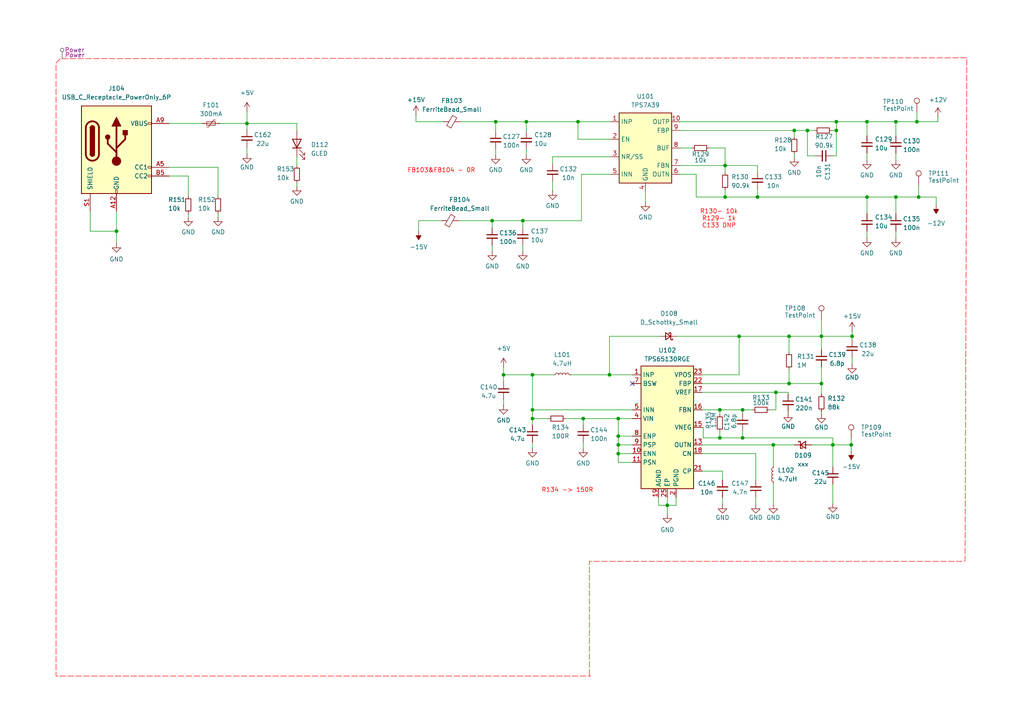
<source format=kicad_sch>
(kicad_sch (version 20250114) (generator "eeschema") (generator_version "9.0")
  (paper "A4")
  (lib_symbols
    (symbol "Connector:TestPoint" (pin_numbers (hide yes)) (pin_names (offset 0.762) (hide yes))
      (property "Reference" "TP" (at 0 6.858 0))
      (property "Value" "TestPoint" (at 0 5.08 0))
      (symbol "TestPoint_0_1"
        (circle (center 0 3.302) (radius 0.762))
      )
      (symbol "TestPoint_1_1"
        (pin passive line (at 0 0 90) (length 2.54) (name "1") (number "1"))
      )
    )
    (symbol "Connector:USB_C_Receptacle_PowerOnly_6P" (pin_names (offset 1.016))
      (property "Reference" "J" (at 0 16.51 0))
      (property "Value" "USB_C_Receptacle_PowerOnly_6P" (at 0 13.97 0))
      (symbol "USB_C_Receptacle_PowerOnly_6P_0_0"
        (rectangle (start -0.254 -12.7) (end 0.254 -11.684))
        (rectangle (start 10.16 7.874) (end 9.144 7.366))
        (rectangle (start 10.16 -4.826) (end 9.144 -5.334))
        (rectangle (start 10.16 -7.366) (end 9.144 -7.874))
      )
      (symbol "USB_C_Receptacle_PowerOnly_6P_0_1"
        (rectangle (start -10.16 12.7) (end 10.16 -12.7) (stroke (width 0.254)) (fill (type background)))
        (polyline (pts (xy -8.89 -1.27) (xy -8.89 6.35)) (stroke (width 0.508)))
        (rectangle (start -7.62 -1.27) (end -6.35 6.35) (stroke (width 0.254)) (fill (type outline)))
        (arc (start -7.62 6.35) (mid -6.985 6.9823) (end -6.35 6.35) (stroke (width 0.254)))
        (arc (start -7.62 6.35) (mid -6.985 6.9823) (end -6.35 6.35) (stroke (width 0.254)) (fill (type outline)))
        (arc (start -8.89 6.35) (mid -6.985 8.2467) (end -5.08 6.35) (stroke (width 0.508)))
        (arc (start -5.08 -1.27) (mid -6.985 -3.1667) (end -8.89 -1.27) (stroke (width 0.508)))
        (arc (start -6.35 -1.27) (mid -6.985 -1.9023) (end -7.62 -1.27) (stroke (width 0.254)))
        (arc (start -6.35 -1.27) (mid -6.985 -1.9023) (end -7.62 -1.27) (stroke (width 0.254)) (fill (type outline)))
        (polyline (pts (xy -5.08 6.35) (xy -5.08 -1.27)) (stroke (width 0.508)))
        (circle (center -2.54 3.683) (radius 0.635) (stroke (width 0.254)) (fill (type outline)))
        (polyline (pts (xy -1.27 6.858) (xy 0 9.398) (xy 1.27 6.858) (xy -1.27 6.858)) (stroke (width 0.254)) (fill (type outline)))
        (polyline (pts (xy 0 0.508) (xy 2.54 3.048) (xy 2.54 4.318)) (stroke (width 0.508)))
        (polyline (pts (xy 0 -0.762) (xy -2.54 1.778) (xy -2.54 3.048)) (stroke (width 0.508)))
        (polyline (pts (xy 0 -3.302) (xy 0 6.858)) (stroke (width 0.508)))
        (circle (center 0 -3.302) (radius 1.27) (fill (type outline)))
        (rectangle (start 1.905 4.318) (end 3.175 5.588) (stroke (width 0.254)) (fill (type outline)))
      )
      (symbol "USB_C_Receptacle_PowerOnly_6P_1_1"
        (pin passive line (at -7.62 -17.78 90) (length 5.08) (name "SHIELD") (number "S1"))
        (pin passive line (at 0 -17.78 90) (length 5.08) (name "GND") (number "A12"))
        (pin passive line (at 0 -17.78 90) (length 5.08) (hide yes) (name "GND") (number "B12"))
        (pin passive line (at 15.24 7.62 180) (length 5.08) (name "VBUS") (number "A9"))
        (pin passive line (at 15.24 7.62 180) (length 5.08) (hide yes) (name "VBUS") (number "B9"))
        (pin bidirectional line (at 15.24 -5.08 180) (length 5.08) (name "CC1") (number "A5"))
        (pin bidirectional line (at 15.24 -7.62 180) (length 5.08) (name "CC2") (number "B5"))
      )
    )
    (symbol "Device:C_Small" (pin_numbers (hide yes)) (pin_names (offset 0.254) (hide yes))
      (property "Reference" "C" (at 0.254 1.778 0))
      (property "Value" "C_Small" (at 0.254 -2.032 0))
      (symbol "C_Small_0_1"
        (polyline (pts (xy -1.524 0.508) (xy 1.524 0.508)) (stroke (width 0.3048)))
        (polyline (pts (xy -1.524 -0.508) (xy 1.524 -0.508)) (stroke (width 0.3302)))
      )
      (symbol "C_Small_1_1"
        (pin passive line (at 0 2.54 270) (length 2.032) (name "~") (number "1"))
        (pin passive line (at 0 -2.54 90) (length 2.032) (name "~") (number "2"))
      )
    )
    (symbol "Device:D_Schottky_Small" (pin_numbers (hide yes)) (pin_names (offset 0.254) (hide yes))
      (property "Reference" "D" (at -1.27 2.032 0))
      (property "Value" "D_Schottky_Small" (at -7.112 -2.032 0))
      (symbol "D_Schottky_Small_0_1"
        (polyline (pts (xy -1.27 0.762) (xy -1.27 1.016) (xy -0.762 1.016) (xy -0.762 -1.016) (xy -0.254 -1.016) (xy -0.254 -0.762)) (stroke (width 0.254)))
        (polyline (pts (xy -0.762 0) (xy 0.762 0)))
        (polyline (pts (xy 0.762 -1.016) (xy -0.762 0) (xy 0.762 1.016) (xy 0.762 -1.016)) (stroke (width 0.254)))
      )
      (symbol "D_Schottky_Small_1_1"
        (pin passive line (at -2.54 0 0) (length 1.778) (name "K") (number "1"))
        (pin passive line (at 2.54 0 180) (length 1.778) (name "A") (number "2"))
      )
    )
    (symbol "Device:FerriteBead_Small" (pin_numbers (hide yes)) (pin_names (offset 0))
      (property "Reference" "FB" (at 1.905 1.27 0))
      (property "Value" "FerriteBead_Small" (at 1.905 -1.27 0))
      (symbol "FerriteBead_Small_0_1"
        (polyline (pts (xy -1.8288 0.2794) (xy -1.1176 1.4986) (xy 1.8288 -0.2032) (xy 1.1176 -1.4224) (xy -1.8288 0.2794)))
        (polyline (pts (xy 0 0.889) (xy 0 1.2954)))
        (polyline (pts (xy 0 -1.27) (xy 0 -0.7874)))
      )
      (symbol "FerriteBead_Small_1_1"
        (pin passive line (at 0 2.54 270) (length 1.27) (name "~") (number "1"))
        (pin passive line (at 0 -2.54 90) (length 1.27) (name "~") (number "2"))
      )
    )
    (symbol "Device:LED" (pin_numbers (hide yes)) (pin_names (offset 1.016) (hide yes))
      (property "Reference" "D" (at 0 2.54 0))
      (property "Value" "LED" (at 0 -2.54 0))
      (symbol "LED_0_1"
        (polyline (pts (xy -3.048 -0.762) (xy -4.572 -2.286) (xy -3.81 -2.286) (xy -4.572 -2.286) (xy -4.572 -1.524)))
        (polyline (pts (xy -1.778 -0.762) (xy -3.302 -2.286) (xy -2.54 -2.286) (xy -3.302 -2.286) (xy -3.302 -1.524)))
        (polyline (pts (xy -1.27 0) (xy 1.27 0)))
        (polyline (pts (xy -1.27 -1.27) (xy -1.27 1.27)) (stroke (width 0.254)))
        (polyline (pts (xy 1.27 -1.27) (xy 1.27 1.27) (xy -1.27 0) (xy 1.27 -1.27)) (stroke (width 0.254)))
      )
      (symbol "LED_1_1"
        (pin passive line (at -3.81 0 0) (length 2.54) (name "K") (number "1"))
        (pin passive line (at 3.81 0 180) (length 2.54) (name "A") (number "2"))
      )
    )
    (symbol "Device:L_Small" (pin_numbers (hide yes)) (pin_names (offset 0.254) (hide yes))
      (property "Reference" "L" (at 0.762 1.016 0))
      (property "Value" "L_Small" (at 0.762 -1.016 0))
      (symbol "L_Small_0_1"
        (arc (start 0 2.032) (mid 0.5058 1.524) (end 0 1.016))
        (arc (start 0 1.016) (mid 0.5058 0.508) (end 0 0))
        (arc (start 0 0) (mid 0.5058 -0.508) (end 0 -1.016))
        (arc (start 0 -1.016) (mid 0.5058 -1.524) (end 0 -2.032))
      )
      (symbol "L_Small_1_1"
        (pin passive line (at 0 2.54 270) (length 0.508) (name "~") (number "1"))
        (pin passive line (at 0 -2.54 90) (length 0.508) (name "~") (number "2"))
      )
    )
    (symbol "Device:Polyfuse_Small" (pin_numbers (hide yes)) (pin_names (offset 0))
      (property "Reference" "F" (at -1.905 0 90))
      (property "Value" "Polyfuse_Small" (at 1.905 0 90))
      (symbol "Polyfuse_Small_0_1"
        (polyline (pts (xy -1.016 1.27) (xy -1.016 0.762) (xy 1.016 -0.762) (xy 1.016 -1.27)))
        (rectangle (start -0.508 1.27) (end 0.508 -1.27))
        (polyline (pts (xy 0 2.54) (xy 0 -2.54)))
      )
      (symbol "Polyfuse_Small_1_1"
        (pin passive line (at 0 2.54 270) (length 0.635) (name "~") (number "1"))
        (pin passive line (at 0 -2.54 90) (length 0.635) (name "~") (number "2"))
      )
    )
    (symbol "Device:R_Small" (pin_numbers (hide yes)) (pin_names (offset 0.254) (hide yes))
      (property "Reference" "R" (at 0.762 0.508 0))
      (property "Value" "R_Small" (at 0.762 -1.016 0))
      (symbol "R_Small_0_1"
        (rectangle (start -0.762 1.778) (end 0.762 -1.778) (stroke (width 0.2032)))
      )
      (symbol "R_Small_1_1"
        (pin passive line (at 0 2.54 270) (length 0.762) (name "~") (number "1"))
        (pin passive line (at 0 -2.54 90) (length 0.762) (name "~") (number "2"))
      )
    )
    (symbol "Regulator_Linear:TPS7A39"
      (property "Reference" "U" (at 0 13.97 0))
      (property "Value" "TPS7A39" (at 0 11.43 0))
      (symbol "TPS7A39_1_1"
        (rectangle (start -7.62 10.16) (end 7.62 -10.16) (stroke (width 0.254)) (fill (type background)))
        (pin power_in line (at -10.16 7.62 0) (length 2.54) (name "INP") (number "1"))
        (pin input line (at -10.16 2.54 0) (length 2.54) (name "EN") (number "2"))
        (pin passive line (at -10.16 -2.54 0) (length 2.54) (name "NR/SS") (number "3"))
        (pin power_in line (at -10.16 -7.62 0) (length 2.54) (name "INN") (number "5"))
        (pin passive line (at 0 -12.7 90) (length 2.54) (hide yes) (name "GND") (number "11"))
        (pin power_in line (at 0 -12.7 90) (length 2.54) (name "GND") (number "4"))
        (pin power_out line (at 10.16 7.62 180) (length 2.54) (name "OUTP") (number "10"))
        (pin input line (at 10.16 5.08 180) (length 2.54) (name "FBP") (number "9"))
        (pin output line (at 10.16 0 180) (length 2.54) (name "BUF") (number "8"))
        (pin input line (at 10.16 -5.08 180) (length 2.54) (name "FBN") (number "7"))
        (pin power_out line (at 10.16 -7.62 180) (length 2.54) (name "OUTN") (number "6"))
      )
    )
    (symbol "Regulator_Switching:TPS65130RGE"
      (property "Reference" "U" (at -6.858 21.082 0))
      (property "Value" "TPS65130RGE" (at -1.016 19.05 0))
      (symbol "TPS65130RGE_0_1"
        (rectangle (start -7.62 17.78) (end 7.62 -17.78) (stroke (width 0.254)) (fill (type background)))
      )
      (symbol "TPS65130RGE_1_1"
        (pin input line (at -10.16 15.24 0) (length 2.54) (name "INP") (number "1"))
        (pin input line (at -10.16 15.24 0) (length 2.54) (hide yes) (name "INP") (number "24"))
        (pin output line (at -10.16 12.7 0) (length 2.54) (name "BSW") (number "7"))
        (pin input line (at -10.16 5.08 0) (length 2.54) (name "INN") (number "5"))
        (pin input line (at -10.16 5.08 0) (length 2.54) (hide yes) (name "INN") (number "6"))
        (pin power_in line (at -10.16 2.54 0) (length 2.54) (name "VIN") (number "4"))
        (pin input line (at -10.16 -2.54 0) (length 2.54) (name "ENP") (number "8"))
        (pin input line (at -10.16 -5.08 0) (length 2.54) (name "PSP") (number "9"))
        (pin input line (at -10.16 -7.62 0) (length 2.54) (name "ENN") (number "10"))
        (pin input line (at -10.16 -10.16 0) (length 2.54) (name "PSN") (number "11"))
        (pin no_connect line (at -7.62 10.16 0) (length 2.54) (hide yes) (name "NC") (number "20"))
        (pin no_connect line (at -7.62 7.62 0) (length 2.54) (hide yes) (name "NC") (number "12"))
        (pin power_in line (at -2.54 -20.32 90) (length 2.54) (name "AGND") (number "19"))
        (pin passive line (at 0 -20.32 90) (length 2.54) (name "EP") (number "25"))
        (pin power_in line (at 2.54 -20.32 90) (length 2.54) (name "PGND") (number "2"))
        (pin passive line (at 2.54 -20.32 90) (length 2.54) (hide yes) (name "PGND") (number "3"))
        (pin input line (at 10.16 15.24 180) (length 2.54) (name "VPOS") (number "23"))
        (pin input line (at 10.16 12.7 180) (length 2.54) (name "FBP") (number "22"))
        (pin output line (at 10.16 10.16 180) (length 2.54) (name "VREF") (number "17"))
        (pin input line (at 10.16 5.08 180) (length 2.54) (name "FBN") (number "16"))
        (pin input line (at 10.16 0 180) (length 2.54) (name "VNEG") (number "15"))
        (pin output line (at 10.16 -5.08 180) (length 2.54) (name "OUTN") (number "13"))
        (pin passive line (at 10.16 -5.08 180) (length 2.54) (hide yes) (name "OUTN") (number "14"))
        (pin passive line (at 10.16 -7.62 180) (length 2.54) (name "CN") (number "18"))
        (pin passive line (at 10.16 -12.7 180) (length 2.54) (name "CP") (number "21"))
      )
    )
    (symbol "power:+12V" (power) (pin_numbers (hide yes)) (pin_names (offset 0) (hide yes))
      (property "Value" "+12V" (at 0 3.556 0))
      (symbol "+12V_0_1"
        (polyline (pts (xy -0.762 1.27) (xy 0 2.54)))
        (polyline (pts (xy 0 2.54) (xy 0.762 1.27)))
        (polyline (pts (xy 0 0) (xy 0 2.54)))
      )
      (symbol "+12V_1_1"
        (pin power_in line (at 0 0 90) (length 0) (name "~") (number "1"))
      )
    )
    (symbol "power:+15V" (power) (pin_numbers (hide yes)) (pin_names (offset 0) (hide yes))
      (property "Value" "+15V" (at 0 3.556 0))
      (symbol "+15V_0_1"
        (polyline (pts (xy -0.762 1.27) (xy 0 2.54)))
        (polyline (pts (xy 0 2.54) (xy 0.762 1.27)))
        (polyline (pts (xy 0 0) (xy 0 2.54)))
      )
      (symbol "+15V_1_1"
        (pin power_in line (at 0 0 90) (length 0) (name "~") (number "1"))
      )
    )
    (symbol "power:+5V" (power) (pin_numbers (hide yes)) (pin_names (offset 0) (hide yes))
      (property "Value" "+5V" (at 0 3.556 0))
      (symbol "+5V_0_1"
        (polyline (pts (xy -0.762 1.27) (xy 0 2.54)))
        (polyline (pts (xy 0 2.54) (xy 0.762 1.27)))
        (polyline (pts (xy 0 0) (xy 0 2.54)))
      )
      (symbol "+5V_1_1"
        (pin power_in line (at 0 0 90) (length 0) (name "~") (number "1"))
      )
    )
    (symbol "power:-12V" (power) (pin_numbers (hide yes)) (pin_names (offset 0) (hide yes))
      (property "Value" "-12V" (at 0 3.556 0))
      (symbol "-12V_0_0"
        (pin power_in line (at 0 0 90) (length 0) (name "~") (number "1"))
      )
      (symbol "-12V_0_1"
        (polyline (pts (xy 0 0) (xy 0 1.27) (xy 0.762 1.27) (xy 0 2.54) (xy -0.762 1.27) (xy 0 1.27)) (fill (type outline)))
      )
    )
    (symbol "power:-15V" (power) (pin_numbers (hide yes)) (pin_names (offset 0) (hide yes))
      (property "Value" "-15V" (at 0 3.556 0))
      (symbol "-15V_0_0"
        (pin power_in line (at 0 0 90) (length 0) (name "~") (number "1"))
      )
      (symbol "-15V_0_1"
        (polyline (pts (xy 0 0) (xy 0 1.27) (xy 0.762 1.27) (xy 0 2.54) (xy -0.762 1.27) (xy 0 1.27)) (fill (type outline)))
      )
    )
    (symbol "power:GND" (power) (pin_numbers (hide yes)) (pin_names (offset 0) (hide yes))
      (property "Value" "GND" (at 0 -3.81 0))
      (symbol "GND_0_1"
        (polyline (pts (xy 0 0) (xy 0 -1.27) (xy 1.27 -1.27) (xy 0 -2.54) (xy -1.27 -1.27) (xy 0 -1.27)))
      )
      (symbol "GND_1_1"
        (pin power_in line (at 0 0 270) (length 0) (name "~") (number "1"))
      )
    )
  )
  (text "R130- 10k\nR129- 1k\nC133 DNP\n" (at 208.534 63.5 0) (effects (font (size 1.27 1.27))))
  (text "R134 -> 150R\n" (at 164.592 142.24 0) (effects (font (size 1.27 1.27))))
  (text "FB103&FB104 - 0R" (at 128.016 49.53 0) (effects (font (size 1.27 1.27))))
  (junction (at 241.554 129.032))
  (junction (at 151.638 64.008))
  (junction (at 228.854 111.252))
  (junction (at 225.044 113.792))
  (junction (at 242.57 37.846))
  (junction (at 193.548 146.558))
  (junction (at 167.64 35.306))
  (junction (at 169.164 121.412))
  (junction (at 146.05 108.712))
  (junction (at 251.46 57.15))
  (junction (at 208.788 118.872))
  (junction (at 259.842 35.306))
  (junction (at 154.432 121.412))
  (junction (at 230.378 37.846))
  (junction (at 208.788 127))
  (junction (at 242.57 35.306))
  (junction (at 179.324 131.572))
  (junction (at 238.252 97.536))
  (junction (at 210.312 48.006))
  (junction (at 179.324 129.032))
  (junction (at 176.784 108.712))
  (junction (at 154.432 118.872))
  (junction (at 265.938 35.306))
  (junction (at 154.432 108.712))
  (junction (at 214.376 97.536))
  (junction (at 215.392 127))
  (junction (at 234.188 37.846))
  (junction (at 71.628 35.814))
  (junction (at 246.888 129.032))
  (junction (at 224.282 129.032))
  (junction (at 210.312 57.15))
  (junction (at 143.764 35.306))
  (junction (at 179.324 121.412))
  (junction (at 215.392 118.872))
  (junction (at 142.748 64.008))
  (junction (at 259.842 57.15))
  (junction (at 152.654 35.306))
  (junction (at 179.324 126.492))
  (junction (at 247.142 97.536))
  (junction (at 251.46 35.306))
  (junction (at 238.252 111.252))
  (junction (at 33.782 67.056))
  (junction (at 219.71 57.15))
  (junction (at 228.854 97.536))
  (junction (at 266.446 57.15))
  (no_connect (at 183.388 111.252))
  (wire (pts (xy 251.46 35.306) (xy 251.46 39.37)))
  (wire (pts (xy 203.962 123.952) (xy 203.708 123.952)))
  (wire (pts (xy 201.93 50.546) (xy 201.93 57.15)))
  (wire (pts (xy 224.282 129.032) (xy 230.378 129.032)))
  (wire (pts (xy 223.266 118.872) (xy 225.044 118.872)))
  (wire (pts (xy 183.388 129.032) (xy 179.324 129.032)))
  (wire (pts (xy 151.638 72.898) (xy 151.638 71.12)))
  (wire (pts (xy 86.106 53.086) (xy 86.106 54.102)))
  (wire (pts (xy 54.61 61.976) (xy 54.61 62.992)))
  (wire (pts (xy 209.55 144.272) (xy 209.55 146.304)))
  (wire (pts (xy 203.708 111.252) (xy 228.854 111.252)))
  (wire (pts (xy 197.358 37.846) (xy 230.378 37.846)))
  (wire (pts (xy 214.376 108.712) (xy 214.376 97.536)))
  (wire (pts (xy 215.392 118.872) (xy 218.186 118.872)))
  (wire (pts (xy 272.034 33.782) (xy 272.034 35.306)))
  (wire (pts (xy 265.938 35.306) (xy 272.034 35.306)))
  (wire (pts (xy 179.324 126.492) (xy 179.324 129.032)))
  (wire (pts (xy 143.764 35.306) (xy 152.654 35.306)))
  (wire (pts (xy 234.188 45.212) (xy 234.188 37.846)))
  (wire (pts (xy 238.252 106.426) (xy 238.252 111.252)))
  (wire (pts (xy 259.842 35.306) (xy 251.46 35.306)))
  (wire (pts (xy 168.656 50.546) (xy 168.656 64.008)))
  (wire (pts (xy 63.246 61.976) (xy 63.246 62.992)))
  (wire (pts (xy 246.888 129.032) (xy 246.888 130.81)))
  (wire (pts (xy 121.412 64.008) (xy 121.412 67.056)))
  (wire (pts (xy 142.748 64.008) (xy 142.748 66.04)))
  (wire (pts (xy 230.378 37.846) (xy 234.188 37.846)))
  (wire (pts (xy 215.392 127) (xy 241.554 127)))
  (wire (pts (xy 146.05 108.712) (xy 154.432 108.712)))
  (wire (pts (xy 33.782 67.056) (xy 33.782 70.612)))
  (wire (pts (xy 208.788 127) (xy 215.392 127)))
  (wire (pts (xy 86.106 45.466) (xy 86.106 48.006)))
  (wire (pts (xy 228.6 113.792) (xy 228.6 114.3)))
  (wire (pts (xy 197.358 50.546) (xy 201.93 50.546)))
  (wire (pts (xy 143.764 44.958) (xy 143.764 43.18)))
  (wire (pts (xy 228.854 111.252) (xy 238.252 111.252)))
  (wire (pts (xy 219.71 49.784) (xy 219.71 48.006)))
  (wire (pts (xy 33.782 61.214) (xy 33.782 67.056)))
  (wire (pts (xy 197.358 35.306) (xy 242.57 35.306)))
  (wire (pts (xy 187.198 58.674) (xy 187.198 55.626)))
  (wire (pts (xy 203.962 123.952) (xy 203.962 127)))
  (wire (pts (xy 208.788 120.142) (xy 208.788 118.872)))
  (wire (pts (xy 191.008 144.272) (xy 191.008 146.558)))
  (wire (pts (xy 259.842 57.15) (xy 259.842 61.976)))
  (wire (pts (xy 193.548 144.272) (xy 193.548 146.558)))
  (wire (pts (xy 167.64 35.306) (xy 167.64 40.386)))
  (wire (pts (xy 133.096 64.008) (xy 142.748 64.008)))
  (wire (pts (xy 228.854 111.252) (xy 228.854 107.188)))
  (wire (pts (xy 238.252 111.252) (xy 238.252 114.3)))
  (wire (pts (xy 133.604 35.306) (xy 143.764 35.306)))
  (wire (pts (xy 228.6 119.888) (xy 228.6 119.38)))
  (wire (pts (xy 219.71 57.15) (xy 219.71 54.864)))
  (wire (pts (xy 251.46 67.056) (xy 251.46 69.088)))
  (wire (pts (xy 176.784 108.712) (xy 183.388 108.712)))
  (wire (pts (xy 154.432 108.712) (xy 160.528 108.712)))
  (wire (pts (xy 179.324 121.412) (xy 179.324 126.492)))
  (wire (pts (xy 225.044 113.792) (xy 228.6 113.792)))
  (wire (pts (xy 151.638 66.04) (xy 151.638 64.008)))
  (wire (pts (xy 71.628 32.258) (xy 71.628 35.814)))
  (wire (pts (xy 160.274 52.578) (xy 160.274 55.372)))
  (wire (pts (xy 203.708 113.792) (xy 225.044 113.792)))
  (wire (pts (xy 215.392 124.968) (xy 215.392 127)))
  (wire (pts (xy 219.71 48.006) (xy 210.312 48.006)))
  (wire (pts (xy 251.46 44.45) (xy 251.46 46.482)))
  (wire (pts (xy 210.312 57.15) (xy 210.312 55.118)))
  (wire (pts (xy 191.008 146.558) (xy 193.548 146.558)))
  (wire (pts (xy 259.842 44.45) (xy 259.842 46.482)))
  (wire (pts (xy 241.554 140.462) (xy 241.554 146.05)))
  (wire (pts (xy 266.446 57.15) (xy 271.526 57.15)))
  (wire (pts (xy 241.554 45.212) (xy 242.57 45.212)))
  (wire (pts (xy 203.708 118.872) (xy 208.788 118.872)))
  (wire (pts (xy 242.57 35.306) (xy 251.46 35.306)))
  (wire (pts (xy 160.274 47.498) (xy 160.274 45.466)))
  (wire (pts (xy 224.282 129.032) (xy 224.282 135.128)))
  (wire (pts (xy 26.162 67.056) (xy 33.782 67.056)))
  (wire (pts (xy 142.748 64.008) (xy 151.638 64.008)))
  (wire (pts (xy 169.164 121.412) (xy 179.324 121.412)))
  (wire (pts (xy 154.432 118.872) (xy 154.432 121.412)))
  (wire (pts (xy 49.022 48.514) (xy 63.246 48.514)))
  (wire (pts (xy 265.938 35.306) (xy 259.842 35.306)))
  (wire (pts (xy 154.432 121.412) (xy 154.432 123.19)))
  (wire (pts (xy 234.188 37.846) (xy 236.22 37.846)))
  (wire (pts (xy 238.252 119.38) (xy 238.252 120.142)))
  (wire (pts (xy 196.342 97.536) (xy 214.376 97.536)))
  (wire (pts (xy 259.842 57.15) (xy 251.46 57.15)))
  (wire (pts (xy 203.962 127) (xy 208.788 127)))
  (wire (pts (xy 235.458 129.032) (xy 241.554 129.032)))
  (wire (pts (xy 154.432 130.048) (xy 154.432 128.27)))
  (wire (pts (xy 247.142 97.536) (xy 247.142 98.552)))
  (wire (pts (xy 152.654 35.306) (xy 167.64 35.306)))
  (wire (pts (xy 238.252 97.536) (xy 247.142 97.536)))
  (wire (pts (xy 203.708 129.032) (xy 224.282 129.032)))
  (wire (pts (xy 142.748 72.898) (xy 142.748 71.12)))
  (wire (pts (xy 241.3 37.846) (xy 242.57 37.846)))
  (wire (pts (xy 179.324 129.032) (xy 179.324 131.572)))
  (wire (pts (xy 238.252 97.536) (xy 238.252 101.346)))
  (wire (pts (xy 197.358 48.006) (xy 210.312 48.006)))
  (wire (pts (xy 176.784 97.536) (xy 176.784 108.712)))
  (wire (pts (xy 247.142 103.632) (xy 247.142 105.664)))
  (wire (pts (xy 266.446 53.594) (xy 266.446 57.15)))
  (wire (pts (xy 214.376 97.536) (xy 228.854 97.536)))
  (wire (pts (xy 200.66 42.926) (xy 197.358 42.926)))
  (wire (pts (xy 71.628 42.672) (xy 71.628 44.704)))
  (wire (pts (xy 151.638 64.008) (xy 168.656 64.008)))
  (wire (pts (xy 183.388 131.572) (xy 179.324 131.572)))
  (wire (pts (xy 167.64 35.306) (xy 177.038 35.306)))
  (wire (pts (xy 177.038 40.386) (xy 167.64 40.386)))
  (wire (pts (xy 152.654 38.1) (xy 152.654 35.306)))
  (wire (pts (xy 86.106 35.814) (xy 86.106 37.846)))
  (wire (pts (xy 203.708 136.652) (xy 209.55 136.652)))
  (wire (pts (xy 203.708 108.712) (xy 214.376 108.712)))
  (wire (pts (xy 203.708 131.572) (xy 219.202 131.572)))
  (wire (pts (xy 196.088 144.272) (xy 196.088 146.558)))
  (wire (pts (xy 179.324 121.412) (xy 183.388 121.412)))
  (wire (pts (xy 49.022 35.814) (xy 58.674 35.814)))
  (wire (pts (xy 228.854 102.108) (xy 228.854 97.536)))
  (wire (pts (xy 259.842 57.15) (xy 266.446 57.15)))
  (wire (pts (xy 219.71 57.15) (xy 251.46 57.15)))
  (wire (pts (xy 177.038 50.546) (xy 168.656 50.546)))
  (wire (pts (xy 169.164 121.412) (xy 169.164 123.19)))
  (wire (pts (xy 242.57 35.306) (xy 242.57 37.846)))
  (wire (pts (xy 183.388 134.112) (xy 179.324 134.112)))
  (wire (pts (xy 169.164 130.048) (xy 169.164 128.27)))
  (wire (pts (xy 210.312 48.006) (xy 210.312 50.038)))
  (wire (pts (xy 259.842 67.056) (xy 259.842 69.088)))
  (wire (pts (xy 183.388 118.872) (xy 154.432 118.872)))
  (wire (pts (xy 210.312 42.926) (xy 205.74 42.926)))
  (wire (pts (xy 54.61 51.054) (xy 54.61 56.896)))
  (wire (pts (xy 208.788 125.222) (xy 208.788 127)))
  (wire (pts (xy 228.854 97.536) (xy 238.252 97.536)))
  (wire (pts (xy 230.378 44.704) (xy 230.378 45.72)))
  (wire (pts (xy 230.378 37.846) (xy 230.378 39.624)))
  (wire (pts (xy 120.65 33.274) (xy 120.65 35.306)))
  (wire (pts (xy 241.554 129.032) (xy 241.554 135.382)))
  (wire (pts (xy 241.554 129.032) (xy 246.888 129.032)))
  (wire (pts (xy 26.162 61.214) (xy 26.162 67.056)))
  (wire (pts (xy 251.46 57.15) (xy 251.46 61.976)))
  (wire (pts (xy 63.246 48.514) (xy 63.246 56.896)))
  (wire (pts (xy 146.05 108.712) (xy 146.05 110.744)))
  (wire (pts (xy 246.888 127.254) (xy 246.888 129.032)))
  (wire (pts (xy 208.788 118.872) (xy 215.392 118.872)))
  (wire (pts (xy 179.324 131.572) (xy 179.324 134.112)))
  (wire (pts (xy 238.252 97.536) (xy 238.252 92.71)))
  (wire (pts (xy 146.05 106.426) (xy 146.05 108.712)))
  (wire (pts (xy 154.432 108.712) (xy 154.432 118.872)))
  (wire (pts (xy 242.57 45.212) (xy 242.57 37.846)))
  (wire (pts (xy 165.608 108.712) (xy 176.784 108.712)))
  (wire (pts (xy 215.392 119.888) (xy 215.392 118.872)))
  (wire (pts (xy 121.412 64.008) (xy 128.016 64.008)))
  (wire (pts (xy 265.938 32.512) (xy 265.938 35.306)))
  (wire (pts (xy 160.274 45.466) (xy 177.038 45.466)))
  (wire (pts (xy 201.93 57.15) (xy 210.312 57.15)))
  (wire (pts (xy 152.654 44.958) (xy 152.654 43.18)))
  (wire (pts (xy 209.55 136.652) (xy 209.55 139.192)))
  (wire (pts (xy 49.022 51.054) (xy 54.61 51.054)))
  (wire (pts (xy 225.044 118.872) (xy 225.044 113.792)))
  (wire (pts (xy 164.084 121.412) (xy 169.164 121.412)))
  (wire (pts (xy 219.202 144.272) (xy 219.202 146.304)))
  (wire (pts (xy 210.312 42.926) (xy 210.312 48.006)))
  (wire (pts (xy 247.142 96.012) (xy 247.142 97.536)))
  (wire (pts (xy 271.526 57.15) (xy 271.526 59.436)))
  (wire (pts (xy 63.754 35.814) (xy 71.628 35.814)))
  (wire (pts (xy 143.764 35.306) (xy 143.764 38.1)))
  (wire (pts (xy 179.324 126.492) (xy 183.388 126.492)))
  (wire (pts (xy 146.05 117.602) (xy 146.05 115.824)))
  (wire (pts (xy 193.548 146.558) (xy 193.548 149.098)))
  (wire (pts (xy 71.628 35.814) (xy 71.628 37.592)))
  (wire (pts (xy 259.842 35.306) (xy 259.842 39.37)))
  (wire (pts (xy 191.262 97.536) (xy 176.784 97.536)))
  (wire (pts (xy 219.202 131.572) (xy 219.202 139.192)))
  (wire (pts (xy 159.004 121.412) (xy 154.432 121.412)))
  (wire (pts (xy 224.282 140.208) (xy 224.282 146.304)))
  (wire (pts (xy 236.474 45.212) (xy 234.188 45.212)))
  (wire (pts (xy 196.088 146.558) (xy 193.548 146.558)))
  (wire (pts (xy 71.628 35.814) (xy 86.106 35.814)))
  (wire (pts (xy 120.65 35.306) (xy 128.524 35.306)))
  (wire (pts (xy 241.554 127) (xy 241.554 129.032)))
  (wire (pts (xy 219.71 57.15) (xy 210.312 57.15)))
  (rule_area (polyline (pts (xy 170.942 195.834) (xy 170.942 162.814) (xy 279.654 162.814) (xy 279.908 162.56) (xy 280.416 16.764) (xy 17.526 17.018) (xy 16.256 18.288) (xy 16.256 196.088) (xy 171.196 196.088)) (stroke (width 0) (type dash))))
  (netclass_flag "" (length 2.54) (shape round) (at 18.034 17.018 0) (property "Netclass" "Power" (at 18.7325 14.478 0) (effects (justify left))) (property "Component Class" "Power" (at 18.7325 15.9385 0) (effects (font (italic yes)) (justify left))))
  (symbol (lib_id "Device:C_Small") (at 151.638 68.58 0) (unit 1)
    (property "Reference" "C137" (at 153.924 67.056 0) (effects (justify left)))
    (property "Value" "10u" (at 153.924 69.596 0) (effects (justify left)))
    (property "Footprint" "Capacitor_SMD:C_1206_3216Metric" (effects (hide yes)))
    (property "Description" "Unpolarized capacitor, small symbol" (effects (hide yes)))
  )
  (symbol (lib_id "power:GND") (at 33.782 70.612 0) (unit 1)
    (property "Reference" "#PWR0128" (effects (hide yes)))
    (property "Value" "GND" (at 33.782 75.184 0))
    (property "Description" "Power symbol creates a global label with name \"GND\" , ground" (effects (hide yes)))
  )
  (symbol (lib_id "Regulator_Linear:TPS7A39") (at 187.198 42.926 0) (unit 1)
    (property "Reference" "U101" (at 187.198 27.94 0))
    (property "Value" "TPS7A39" (at 187.198 30.48 0))
    (property "Footprint" "Package_SON:Texas_S-PVSON-N10_ThermalVias" (effects (hide yes)))
    (property "Datasheet" "https://www.ti.com/lit/ds/symlink/tps7a39.pdf" (effects (hide yes)))
    (property "Description" "Dual, 150-mA, +/-3.3V to +/-33V Input, +1.2V to +30V and -30V to 0V Output, Wide VIN Positive and Negative LDO Voltage Regulator, 3x3mm WSON-10 package" (effects (hide yes)))
  )
  (symbol (lib_id "power:GND") (at 54.61 62.992 0) (unit 1)
    (property "Reference" "#PWR0170" (effects (hide yes)))
    (property "Value" "GND" (at 54.61 67.31 0))
    (property "Description" "Power symbol creates a global label with name \"GND\" , ground" (effects (hide yes)))
  )
  (symbol (lib_id "Device:R_Small") (at 208.788 122.682 0) (mirror x) (unit 1)
    (property "Reference" "R135" (at 205.486 124.46 90) (effects (justify right)))
    (property "Value" "1.3M" (at 207.01 124.206 90) (effects (justify right)))
    (property "Footprint" "Resistor_SMD:R_0603_1608Metric" (effects (hide yes)))
    (property "Description" "Resistor, small symbol" (effects (hide yes)))
  )
  (symbol (lib_id "Device:C_Small") (at 143.764 40.64 0) (unit 1)
    (property "Reference" "C127" (at 148.336 39.624 0))
    (property "Value" "100n" (at 148.336 42.164 0))
    (property "Footprint" "Capacitor_SMD:C_0603_1608Metric" (effects (hide yes)))
    (property "Description" "Unpolarized capacitor, small symbol" (effects (hide yes)))
  )
  (symbol (lib_id "Connector:TestPoint") (at 265.938 32.512 0) (unit 1)
    (property "Reference" "TP110" (at 256.032 29.464 0) (effects (justify left)))
    (property "Value" "TestPoint" (at 256.032 31.496 0) (effects (justify left)))
    (property "Footprint" "TestPoint:TestPoint_THTPad_D1.0mm_Drill0.5mm" (effects (hide yes)))
    (property "Description" "test point" (effects (hide yes)))
  )
  (symbol (lib_id "Device:C_Small") (at 247.142 101.092 0) (unit 1)
    (property "Reference" "C138" (at 251.714 100.076 0))
    (property "Value" "22u" (at 251.714 102.616 0))
    (property "Footprint" "Capacitor_SMD:C_1206_3216Metric" (effects (hide yes)))
    (property "Description" "Unpolarized capacitor, small symbol" (effects (hide yes)))
  )
  (symbol (lib_id "power:GND") (at 146.05 117.602 0) (unit 1)
    (property "Reference" "#PWR0134" (effects (hide yes)))
    (property "Value" "GND" (at 146.05 121.92 0))
    (property "Description" "Power symbol creates a global label with name \"GND\" , ground" (effects (hide yes)))
  )
  (symbol (lib_id "power:+15V") (at 120.65 33.274 0) (unit 1)
    (property "Reference" "#PWR0116" (effects (hide yes)))
    (property "Value" "+15V" (at 120.65 28.956 0))
    (property "Description" "Power symbol creates a global label with name \"+15V\"" (effects (hide yes)))
  )
  (symbol (lib_id "Device:R_Small") (at 220.726 118.872 90) (mirror x) (unit 1)
    (property "Reference" "R133" (at 220.726 115.316 90))
    (property "Value" "100k" (at 220.726 116.84 90))
    (property "Footprint" "Resistor_SMD:R_0603_1608Metric" (effects (hide yes)))
    (property "Description" "Resistor, small symbol" (effects (hide yes)))
  )
  (symbol (lib_id "Device:C_Small") (at 251.46 41.91 0) (unit 1)
    (property "Reference" "C129" (at 253.746 40.386 0) (effects (justify left)))
    (property "Value" "10u" (at 253.746 42.926 0) (effects (justify left)))
    (property "Footprint" "Capacitor_SMD:C_1206_3216Metric" (effects (hide yes)))
    (property "Description" "Unpolarized capacitor, small symbol" (effects (hide yes)))
  )
  (symbol (lib_id "Device:R_Small") (at 238.252 116.84 0) (mirror y) (unit 1)
    (property "Reference" "R132" (at 240.03 115.5699 0) (effects (justify right)))
    (property "Value" "88k" (at 240.03 118.1099 0) (effects (justify right)))
    (property "Footprint" "Resistor_SMD:R_0603_1608Metric" (effects (hide yes)))
    (property "Description" "Resistor, small symbol" (effects (hide yes)))
  )
  (symbol (lib_id "power:+12V") (at 272.034 33.782 0) (unit 1)
    (property "Reference" "#PWR0115" (effects (hide yes)))
    (property "Value" "+12V" (at 272.034 28.956 0))
    (property "Description" "Power symbol creates a global label with name \"+12V\"" (effects (hide yes)))
  )
  (symbol (lib_id "Device:C_Small") (at 215.392 122.428 180) (unit 1)
    (property "Reference" "C142" (at 210.82 122.428 90))
    (property "Value" "6.8p" (at 212.852 122.174 90))
    (property "Footprint" "Capacitor_SMD:C_0603_1608Metric" (effects (hide yes)))
    (property "Description" "Unpolarized capacitor, small symbol" (effects (hide yes)))
  )
  (symbol (lib_id "power:GND") (at 247.142 105.664 0) (unit 1)
    (property "Reference" "#PWR0132" (effects (hide yes)))
    (property "Value" "GND" (at 247.142 109.474 0))
    (property "Description" "Power symbol creates a global label with name \"GND\" , ground" (effects (hide yes)))
  )
  (symbol (lib_id "Device:FerriteBead_Small") (at 131.064 35.306 90) (unit 1)
    (property "Reference" "FB103" (at 131.064 29.21 90))
    (property "Value" "FerriteBead_Small" (at 131.064 31.75 90))
    (property "Footprint" "Inductor_SMD:L_1206_3216Metric" (effects (hide yes)))
    (property "Description" "Ferrite bead, small symbol" (effects (hide yes)))
  )
  (symbol (lib_id "Device:R_Small") (at 54.61 59.436 0) (mirror y) (unit 1)
    (property "Reference" "R151" (at 48.768 57.912 0) (effects (justify right)))
    (property "Value" "10k" (at 48.768 60.452 0) (effects (justify right)))
    (property "Footprint" "Resistor_SMD:R_0603_1608Metric" (effects (hide yes)))
    (property "Description" "Resistor, small symbol" (effects (hide yes)))
  )
  (symbol (lib_id "Connector:TestPoint") (at 266.446 53.594 0) (unit 1)
    (property "Reference" "TP111" (at 269.24 50.292 0) (effects (justify left)))
    (property "Value" "TestPoint" (at 269.24 52.324 0) (effects (justify left)))
    (property "Footprint" "TestPoint:TestPoint_THTPad_D1.0mm_Drill0.5mm" (effects (hide yes)))
    (property "Description" "test point" (effects (hide yes)))
  )
  (symbol (lib_id "Device:C_Small") (at 154.432 125.73 0) (unit 1)
    (property "Reference" "C143" (at 150.114 124.714 0))
    (property "Value" "4.7u" (at 150.114 127.254 0))
    (property "Footprint" "Capacitor_SMD:C_1206_3216Metric" (effects (hide yes)))
    (property "Description" "Unpolarized capacitor, small symbol" (effects (hide yes)))
  )
  (symbol (lib_id "power:GND") (at 251.46 69.088 0) (unit 1)
    (property "Reference" "#PWR0126" (effects (hide yes)))
    (property "Value" "GND" (at 251.46 73.406 0))
    (property "Description" "Power symbol creates a global label with name \"GND\" , ground" (effects (hide yes)))
  )
  (symbol (lib_id "Device:R_Small") (at 210.312 52.578 0) (mirror y) (unit 1)
    (property "Reference" "R130" (at 212.09 51.3079 0) (effects (justify right)))
    (property "Value" "90.9k" (at 212.09 53.8479 0) (effects (justify right)))
    (property "Footprint" "Resistor_SMD:R_0603_1608Metric" (effects (hide yes)))
    (property "Description" "Resistor, small symbol" (effects (hide yes)))
  )
  (symbol (lib_id "Device:C_Small") (at 259.842 64.516 0) (unit 1)
    (property "Reference" "C135" (at 264.414 63.5 0))
    (property "Value" "100n" (at 264.414 66.04 0))
    (property "Footprint" "Capacitor_SMD:C_0603_1608Metric" (effects (hide yes)))
    (property "Description" "Unpolarized capacitor, small symbol" (effects (hide yes)))
  )
  (symbol (lib_id "Connector:TestPoint") (at 238.252 92.71 0) (unit 1)
    (property "Reference" "TP108" (at 227.584 89.408 0) (effects (justify left)))
    (property "Value" "TestPoint" (at 227.584 91.44 0) (effects (justify left)))
    (property "Footprint" "TestPoint:TestPoint_THTPad_D1.0mm_Drill0.5mm" (effects (hide yes)))
    (property "Description" "test point" (effects (hide yes)))
  )
  (symbol (lib_id "Device:D_Schottky_Small") (at 232.918 129.032 0) (unit 1)
    (property "Reference" "D109" (at 232.918 132.08 0))
    (property "Value" "xxx" (at 232.918 134.62 0))
    (property "Footprint" "Diode_SMD:D_SOD-123" (effects (hide yes)))
    (property "Description" "Schottky diode, small symbol" (effects (hide yes)))
  )
  (symbol (lib_id "Device:R_Small") (at 230.378 42.164 0) (mirror y) (unit 1)
    (property "Reference" "R128" (at 224.536 40.64 0) (effects (justify right)))
    (property "Value" "10k" (at 224.536 43.18 0) (effects (justify right)))
    (property "Footprint" "Resistor_SMD:R_0603_1608Metric" (effects (hide yes)))
    (property "Description" "Resistor, small symbol" (effects (hide yes)))
  )
  (symbol (lib_id "power:GND") (at 160.274 55.372 0) (unit 1)
    (property "Reference" "#PWR0122" (effects (hide yes)))
    (property "Value" "GND" (at 160.274 59.69 0))
    (property "Description" "Power symbol creates a global label with name \"GND\" , ground" (effects (hide yes)))
  )
  (symbol (lib_id "Device:R_Small") (at 86.106 50.546 0) (mirror y) (unit 1)
    (property "Reference" "R153" (at 80.264 49.022 0) (effects (justify right)))
    (property "Value" "10k" (at 80.264 51.562 0) (effects (justify right)))
    (property "Footprint" "Resistor_SMD:R_0603_1608Metric" (effects (hide yes)))
    (property "Description" "Resistor, small symbol" (effects (hide yes)))
  )
  (symbol (lib_id "power:GND") (at 187.198 58.674 0) (unit 1)
    (property "Reference" "#PWR0123" (effects (hide yes)))
    (property "Value" "GND" (at 187.198 62.992 0))
    (property "Description" "Power symbol creates a global label with name \"GND\" , ground" (effects (hide yes)))
  )
  (symbol (lib_id "power:GND") (at 251.46 46.482 0) (unit 1)
    (property "Reference" "#PWR0120" (effects (hide yes)))
    (property "Value" "GND" (at 251.46 50.8 0))
    (property "Description" "Power symbol creates a global label with name \"GND\" , ground" (effects (hide yes)))
  )
  (symbol (lib_id "Device:C_Small") (at 169.164 125.73 0) (unit 1)
    (property "Reference" "C144" (at 173.736 124.714 0))
    (property "Value" "100n" (at 173.736 127.254 0))
    (property "Footprint" "Capacitor_SMD:C_0603_1608Metric" (effects (hide yes)))
    (property "Description" "Unpolarized capacitor, small symbol" (effects (hide yes)))
  )
  (symbol (lib_id "power:GND") (at 71.628 44.704 0) (unit 1)
    (property "Reference" "#PWR0169" (effects (hide yes)))
    (property "Value" "GND" (at 71.628 48.514 0))
    (property "Description" "Power symbol creates a global label with name \"GND\" , ground" (effects (hide yes)))
  )
  (symbol (lib_id "Device:C_Small") (at 71.628 40.132 0) (unit 1)
    (property "Reference" "C162" (at 76.2 39.116 0))
    (property "Value" "22u" (at 76.2 41.656 0))
    (property "Footprint" "Capacitor_SMD:C_1206_3216Metric" (effects (hide yes)))
    (property "Description" "Unpolarized capacitor, small symbol" (effects (hide yes)))
  )
  (symbol (lib_id "power:GND") (at 63.246 62.992 0) (unit 1)
    (property "Reference" "#PWR0171" (effects (hide yes)))
    (property "Value" "GND" (at 63.246 67.31 0))
    (property "Description" "Power symbol creates a global label with name \"GND\" , ground" (effects (hide yes)))
  )
  (symbol (lib_id "Device:C_Small") (at 219.202 141.732 180) (unit 1)
    (property "Reference" "C147" (at 214.63 140.208 0))
    (property "Value" "4.7n" (at 214.63 142.748 0))
    (property "Footprint" "Capacitor_SMD:C_0603_1608Metric" (effects (hide yes)))
    (property "Description" "Unpolarized capacitor, small symbol" (effects (hide yes)))
  )
  (symbol (lib_id "Device:C_Small") (at 152.654 40.64 0) (unit 1)
    (property "Reference" "C128" (at 154.94 39.116 0) (effects (justify left)))
    (property "Value" "10u" (at 154.94 41.656 0) (effects (justify left)))
    (property "Footprint" "Capacitor_SMD:C_1206_3216Metric" (effects (hide yes)))
    (property "Description" "Unpolarized capacitor, small symbol" (effects (hide yes)))
  )
  (symbol (lib_id "power:GND") (at 219.202 146.304 0) (unit 1)
    (property "Reference" "#PWR0142" (effects (hide yes)))
    (property "Value" "GND" (at 219.202 150.114 0))
    (property "Description" "Power symbol creates a global label with name \"GND\" , ground" (effects (hide yes)))
  )
  (symbol (lib_id "power:GND") (at 151.638 72.898 0) (unit 1)
    (property "Reference" "#PWR0130" (effects (hide yes)))
    (property "Value" "GND" (at 151.638 77.216 0))
    (property "Description" "Power symbol creates a global label with name \"GND\" , ground" (effects (hide yes)))
  )
  (symbol (lib_id "Device:C_Small") (at 251.46 64.516 0) (unit 1)
    (property "Reference" "C134" (at 253.746 62.992 0) (effects (justify left)))
    (property "Value" "10u" (at 253.746 65.532 0) (effects (justify left)))
    (property "Footprint" "Capacitor_SMD:C_1206_3216Metric" (effects (hide yes)))
    (property "Description" "Unpolarized capacitor, small symbol" (effects (hide yes)))
  )
  (symbol (lib_id "power:-12V") (at 271.526 59.436 180) (unit 1)
    (property "Reference" "#PWR0124" (effects (hide yes)))
    (property "Value" "-12V" (at 271.526 64.77 0))
    (property "Description" "Power symbol creates a global label with name \"-12V\"" (effects (hide yes)))
  )
  (symbol (lib_id "Device:C_Small") (at 238.252 103.886 0) (unit 1)
    (property "Reference" "C139" (at 242.824 102.87 0))
    (property "Value" "6.8p" (at 242.824 105.41 0))
    (property "Footprint" "Capacitor_SMD:C_0603_1608Metric" (effects (hide yes)))
    (property "Description" "Unpolarized capacitor, small symbol" (effects (hide yes)))
  )
  (symbol (lib_id "power:GND") (at 224.282 146.304 0) (unit 1)
    (property "Reference" "#PWR0143" (effects (hide yes)))
    (property "Value" "GND" (at 224.282 150.114 0))
    (property "Description" "Power symbol creates a global label with name \"GND\" , ground" (effects (hide yes)))
  )
  (symbol (lib_id "Device:R_Small") (at 161.544 121.412 90) (mirror x) (unit 1)
    (property "Reference" "R134" (at 160.02 123.952 90) (effects (justify right)))
    (property "Value" "100R" (at 160.02 126.492 90) (effects (justify right)))
    (property "Footprint" "Resistor_SMD:R_0603_1608Metric" (effects (hide yes)))
    (property "Description" "Resistor, small symbol" (effects (hide yes)))
  )
  (symbol (lib_id "Device:C_Small") (at 228.6 116.84 0) (unit 1)
    (property "Reference" "C141" (at 233.172 115.824 0))
    (property "Value" "220n" (at 233.172 118.364 0))
    (property "Footprint" "Capacitor_SMD:C_0603_1608Metric" (effects (hide yes)))
    (property "Description" "Unpolarized capacitor, small symbol" (effects (hide yes)))
  )
  (symbol (lib_id "Device:C_Small") (at 146.05 113.284 0) (unit 1)
    (property "Reference" "C140" (at 141.732 112.268 0))
    (property "Value" "4.7u" (at 141.732 114.808 0))
    (property "Footprint" "Capacitor_SMD:C_1206_3216Metric" (effects (hide yes)))
    (property "Description" "Unpolarized capacitor, small symbol" (effects (hide yes)))
  )
  (symbol (lib_id "power:GND") (at 169.164 130.048 0) (unit 1)
    (property "Reference" "#PWR0138" (effects (hide yes)))
    (property "Value" "GND" (at 169.164 134.366 0))
    (property "Description" "Power symbol creates a global label with name \"GND\" , ground" (effects (hide yes)))
  )
  (symbol (lib_id "power:+15V") (at 247.142 96.012 0) (unit 1)
    (property "Reference" "#PWR0131" (effects (hide yes)))
    (property "Value" "+15V" (at 247.142 91.694 0))
    (property "Description" "Power symbol creates a global label with name \"+15V\"" (effects (hide yes)))
  )
  (symbol (lib_id "power:GND") (at 152.654 44.958 0) (unit 1)
    (property "Reference" "#PWR0118" (effects (hide yes)))
    (property "Value" "GND" (at 152.654 49.276 0))
    (property "Description" "Power symbol creates a global label with name \"GND\" , ground" (effects (hide yes)))
  )
  (symbol (lib_id "power:-15V") (at 121.412 67.056 180) (unit 1)
    (property "Reference" "#PWR0125" (effects (hide yes)))
    (property "Value" "-15V" (at 121.412 71.628 0))
    (property "Description" "Power symbol creates a global label with name \"-15V\"" (effects (hide yes)))
  )
  (symbol (lib_id "Device:L_Small") (at 163.068 108.712 90) (unit 1)
    (property "Reference" "L101" (at 163.068 102.87 90))
    (property "Value" "4.7uH" (at 163.068 105.41 90))
    (property "Footprint" "Inductor_SMD:L_APV_ANR5040" (effects (hide yes)))
    (property "Description" "Inductor, small symbol" (effects (hide yes)))
  )
  (symbol (lib_id "power:GND") (at 86.106 54.102 0) (unit 1)
    (property "Reference" "#PWR0172" (effects (hide yes)))
    (property "Value" "GND" (at 86.106 58.42 0))
    (property "Description" "Power symbol creates a global label with name \"GND\" , ground" (effects (hide yes)))
  )
  (symbol (lib_id "power:GND") (at 259.842 46.482 0) (unit 1)
    (property "Reference" "#PWR0121" (effects (hide yes)))
    (property "Value" "GND" (at 259.842 50.8 0))
    (property "Description" "Power symbol creates a global label with name \"GND\" , ground" (effects (hide yes)))
  )
  (symbol (lib_id "Device:FerriteBead_Small") (at 130.556 64.008 90) (unit 1)
    (property "Reference" "FB104" (at 133.35 57.912 90))
    (property "Value" "FerriteBead_Small" (at 133.35 60.452 90))
    (property "Footprint" "Inductor_SMD:L_1206_3216Metric" (effects (hide yes)))
    (property "Description" "Ferrite bead, small symbol" (effects (hide yes)))
  )
  (symbol (lib_id "Device:R_Small") (at 63.246 59.436 0) (mirror y) (unit 1)
    (property "Reference" "R152" (at 57.404 57.912 0) (effects (justify right)))
    (property "Value" "10k" (at 57.404 60.452 0) (effects (justify right)))
    (property "Footprint" "Resistor_SMD:R_0603_1608Metric" (effects (hide yes)))
    (property "Description" "Resistor, small symbol" (effects (hide yes)))
  )
  (symbol (lib_id "power:-15V") (at 246.888 130.81 180) (unit 1)
    (property "Reference" "#PWR0139" (effects (hide yes)))
    (property "Value" "-15V" (at 246.888 135.382 0))
    (property "Description" "Power symbol creates a global label with name \"-15V\"" (effects (hide yes)))
  )
  (symbol (lib_id "Regulator_Switching:TPS65130RGE") (at 193.548 123.952 0) (unit 1)
    (property "Reference" "U102" (at 193.548 101.6 0))
    (property "Value" "TPS65130RGE" (at 193.548 104.14 0))
    (property "Footprint" "Package_DFN_QFN:VQFN-24-1EP_4x4mm_P0.5mm_EP2.45x2.45mm_ThermalVias" (effects (hide yes)))
    (property "Datasheet" "http://www.ti.com/lit/ds/symlink/tps65130.pdf" (effects (hide yes)))
    (property "Description" "Split-Rail Converter with Dual, Positive and Negative Outputs (300mA typ, Switch Current Limit 800mA typ), 2.7-5.5V, VQFN-24" (effects (hide yes)))
  )
  (symbol (lib_id "power:GND") (at 259.842 69.088 0) (unit 1)
    (property "Reference" "#PWR0127" (effects (hide yes)))
    (property "Value" "GND" (at 259.842 73.406 0))
    (property "Description" "Power symbol creates a global label with name \"GND\" , ground" (effects (hide yes)))
  )
  (symbol (lib_id "power:+5V") (at 146.05 106.426 0) (unit 1)
    (property "Reference" "#PWR0133" (effects (hide yes)))
    (property "Value" "+5V" (at 146.05 101.092 0))
    (property "Description" "Power symbol creates a global label with name \"+5V\"" (effects (hide yes)))
  )
  (symbol (lib_id "power:+5V") (at 71.628 32.258 0) (unit 1)
    (property "Reference" "#PWR0114" (effects (hide yes)))
    (property "Value" "+5V" (at 71.628 26.924 0))
    (property "Description" "Power symbol creates a global label with name \"+5V\"" (effects (hide yes)))
  )
  (symbol (lib_id "power:GND") (at 154.432 130.048 0) (unit 1)
    (property "Reference" "#PWR0137" (effects (hide yes)))
    (property "Value" "GND" (at 154.432 134.366 0))
    (property "Description" "Power symbol creates a global label with name \"GND\" , ground" (effects (hide yes)))
  )
  (symbol (lib_id "Device:C_Small") (at 239.014 45.212 270) (unit 1)
    (property "Reference" "C131" (at 240.03 49.784 0))
    (property "Value" "10n" (at 237.49 49.784 0))
    (property "Footprint" "Capacitor_SMD:C_0603_1608Metric" (effects (hide yes)))
    (property "Description" "Unpolarized capacitor, small symbol" (effects (hide yes)))
  )
  (symbol (lib_id "power:GND") (at 238.252 120.142 0) (unit 1)
    (property "Reference" "#PWR0136" (effects (hide yes)))
    (property "Value" "GND" (at 238.252 123.952 0))
    (property "Description" "Power symbol creates a global label with name \"GND\" , ground" (effects (hide yes)))
  )
  (symbol (lib_id "Device:L_Small") (at 224.282 137.668 180) (unit 1)
    (property "Reference" "L102" (at 225.552 136.3979 0) (effects (justify right)))
    (property "Value" "4.7uH" (at 225.552 138.9379 0) (effects (justify right)))
    (property "Footprint" "Inductor_SMD:L_APV_ANR5040" (effects (hide yes)))
    (property "Description" "Inductor, small symbol" (effects (hide yes)))
  )
  (symbol (lib_id "Device:C_Small") (at 160.274 50.038 0) (unit 1)
    (property "Reference" "C132" (at 164.846 49.022 0))
    (property "Value" "10n" (at 164.846 51.562 0))
    (property "Footprint" "Capacitor_SMD:C_0603_1608Metric" (effects (hide yes)))
    (property "Description" "Unpolarized capacitor, small symbol" (effects (hide yes)))
  )
  (symbol (lib_id "power:GND") (at 209.55 146.304 0) (unit 1)
    (property "Reference" "#PWR0141" (effects (hide yes)))
    (property "Value" "GND" (at 209.55 150.114 0))
    (property "Description" "Power symbol creates a global label with name \"GND\" , ground" (effects (hide yes)))
  )
  (symbol (lib_id "power:GND") (at 228.6 119.888 0) (unit 1)
    (property "Reference" "#PWR0135" (effects (hide yes)))
    (property "Value" "GND" (at 228.6 123.698 0))
    (property "Description" "Power symbol creates a global label with name \"GND\" , ground" (effects (hide yes)))
  )
  (symbol (lib_id "Device:C_Small") (at 241.554 137.922 0) (unit 1)
    (property "Reference" "C145" (at 237.998 137.16 0))
    (property "Value" "22u" (at 237.998 139.7 0))
    (property "Footprint" "Capacitor_SMD:C_1206_3216Metric" (effects (hide yes)))
    (property "Description" "Unpolarized capacitor, small symbol" (effects (hide yes)))
  )
  (symbol (lib_id "Device:C_Small") (at 142.748 68.58 0) (unit 1)
    (property "Reference" "C136" (at 147.32 67.564 0))
    (property "Value" "100n" (at 147.32 70.104 0))
    (property "Footprint" "Capacitor_SMD:C_0603_1608Metric" (effects (hide yes)))
    (property "Description" "Unpolarized capacitor, small symbol" (effects (hide yes)))
  )
  (symbol (lib_id "Connector:USB_C_Receptacle_PowerOnly_6P") (at 33.782 43.434 0) (unit 1)
    (property "Reference" "J104" (at 33.782 25.654 0))
    (property "Value" "USB_C_Receptacle_PowerOnly_6P" (at 33.782 28.194 0))
    (property "Footprint" "Connector_USB:USB_C_Receptacle_GCT_USB4125-xx-x_6P_TopMnt_Horizontal" (effects (hide yes)))
    (property "Datasheet" "https://www.usb.org/sites/default/files/documents/usb_type-c.zip" (effects (hide yes)))
    (property "Description" "USB Power-Only 6P Type-C Receptacle connector" (effects (hide yes)))
  )
  (symbol (lib_id "Device:LED") (at 86.106 41.656 90) (unit 1)
    (property "Reference" "D112" (at 90.17 41.9734 90) (effects (justify right)))
    (property "Value" "GLED" (at 90.17 44.5134 90) (effects (justify right)))
    (property "Footprint" "Diode_SMD:D_1206_3216Metric" (effects (hide yes)))
    (property "Description" "Light emitting diode" (effects (hide yes)))
  )
  (symbol (lib_id "Device:C_Small") (at 259.842 41.91 0) (unit 1)
    (property "Reference" "C130" (at 264.414 40.894 0))
    (property "Value" "100n" (at 264.414 43.434 0))
    (property "Footprint" "Capacitor_SMD:C_0603_1608Metric" (effects (hide yes)))
    (property "Description" "Unpolarized capacitor, small symbol" (effects (hide yes)))
  )
  (symbol (lib_id "Device:C_Small") (at 219.71 52.324 0) (unit 1)
    (property "Reference" "C133" (at 224.282 51.308 0))
    (property "Value" "10n" (at 224.282 53.848 0))
    (property "Footprint" "Capacitor_SMD:C_0603_1608Metric" (effects (hide yes)))
    (property "Description" "Unpolarized capacitor, small symbol" (effects (hide yes)))
  )
  (symbol (lib_id "Device:R_Small") (at 238.76 37.846 90) (mirror x) (unit 1)
    (property "Reference" "R127" (at 239.014 39.624 90))
    (property "Value" "90.9k" (at 239.014 42.164 90))
    (property "Footprint" "Resistor_SMD:R_0603_1608Metric" (effects (hide yes)))
    (property "Description" "Resistor, small symbol" (effects (hide yes)))
  )
  (symbol (lib_id "power:GND") (at 143.764 44.958 0) (unit 1)
    (property "Reference" "#PWR0117" (effects (hide yes)))
    (property "Value" "GND" (at 143.764 49.276 0))
    (property "Description" "Power symbol creates a global label with name \"GND\" , ground" (effects (hide yes)))
  )
  (symbol (lib_id "power:GND") (at 142.748 72.898 0) (unit 1)
    (property "Reference" "#PWR0129" (effects (hide yes)))
    (property "Value" "GND" (at 142.748 77.216 0))
    (property "Description" "Power symbol creates a global label with name \"GND\" , ground" (effects (hide yes)))
  )
  (symbol (lib_id "power:GND") (at 230.378 45.72 0) (unit 1)
    (property "Reference" "#PWR0119" (effects (hide yes)))
    (property "Value" "GND" (at 230.378 50.038 0))
    (property "Description" "Power symbol creates a global label with name \"GND\" , ground" (effects (hide yes)))
  )
  (symbol (lib_id "Device:D_Schottky_Small") (at 193.802 97.536 180) (unit 1)
    (property "Reference" "D108" (at 194.056 90.932 0))
    (property "Value" "D_Schottky_Small" (at 194.056 93.472 0))
    (property "Footprint" "Diode_SMD:D_SOD-123" (effects (hide yes)))
    (property "Description" "Schottky diode, small symbol" (effects (hide yes)))
  )
  (symbol (lib_id "Device:R_Small") (at 203.2 42.926 90) (mirror x) (unit 1)
    (property "Reference" "R129" (at 203.2 44.704 90))
    (property "Value" "10k" (at 203.2 46.482 90))
    (property "Footprint" "Resistor_SMD:R_0603_1608Metric" (effects (hide yes)))
    (property "Description" "Resistor, small symbol" (effects (hide yes)))
  )
  (symbol (lib_id "Connector:TestPoint") (at 246.888 127.254 0) (unit 1)
    (property "Reference" "TP109" (at 249.682 123.952 0) (effects (justify left)))
    (property "Value" "TestPoint" (at 249.682 125.984 0) (effects (justify left)))
    (property "Footprint" "TestPoint:TestPoint_THTPad_D1.0mm_Drill0.5mm" (effects (hide yes)))
    (property "Description" "test point" (effects (hide yes)))
  )
  (symbol (lib_id "power:GND") (at 193.548 149.098 0) (unit 1)
    (property "Reference" "#PWR0144" (effects (hide yes)))
    (property "Value" "GND" (at 193.548 153.67 0))
    (property "Description" "Power symbol creates a global label with name \"GND\" , ground" (effects (hide yes)))
  )
  (symbol (lib_id "Device:C_Small") (at 209.55 141.732 180) (unit 1)
    (property "Reference" "C146" (at 204.978 140.208 0))
    (property "Value" "10n" (at 204.978 142.748 0))
    (property "Footprint" "Capacitor_SMD:C_0603_1608Metric" (effects (hide yes)))
    (property "Description" "Unpolarized capacitor, small symbol" (effects (hide yes)))
  )
  (symbol (lib_id "Device:Polyfuse_Small") (at 61.214 35.814 90) (unit 1)
    (property "Reference" "F101" (at 61.214 30.48 90))
    (property "Value" "300mA" (at 61.214 33.02 90))
    (property "Footprint" "Fuse:Fuse_1206_3216Metric" (effects (hide yes)))
    (property "Description" "Resettable fuse, polymeric positive temperature coefficient, small symbol" (effects (hide yes)))
  )
  (symbol (lib_id "Device:R_Small") (at 228.854 104.648 0) (mirror y) (unit 1)
    (property "Reference" "R131" (at 231.14 103.3779 0) (effects (justify right)))
    (property "Value" "1M" (at 231.14 105.9179 0) (effects (justify right)))
    (property "Footprint" "Resistor_SMD:R_0603_1608Metric" (effects (hide yes)))
    (property "Description" "Resistor, small symbol" (effects (hide yes)))
  )
  (symbol (lib_id "power:GND") (at 241.554 146.05 0) (unit 1)
    (property "Reference" "#PWR0140" (effects (hide yes)))
    (property "Value" "GND" (at 241.554 149.86 0))
    (property "Description" "Power symbol creates a global label with name \"GND\" , ground" (effects (hide yes)))
  )
)
</source>
